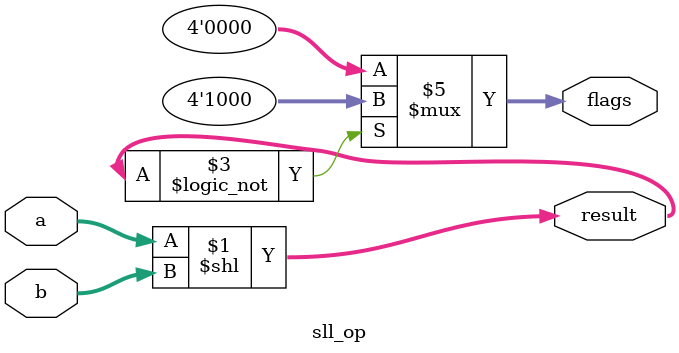
<source format=sv>
module sll_op #(parameter N=32)
(
  input logic [N-1:0] a,
  input logic [N-1:0] b,
  output logic [N-1:0] result,
  output logic [3:0] flags
);

  assign result = a << b;
  
  //definimos el orden de los flags como (Z)(N)(C)(V)
  
  always @(result)
    begin
      if(result == 32'd0)
	     flags=4'b1000;
		else
			flags=4'b0000;	
    end
endmodule 
</source>
